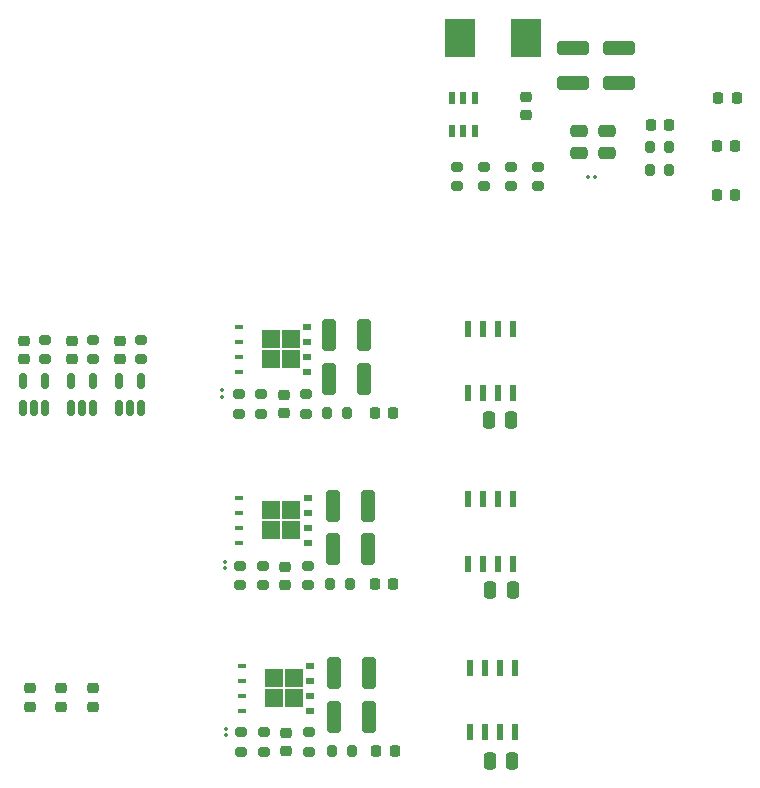
<source format=gbr>
%TF.GenerationSoftware,KiCad,Pcbnew,7.0.9*%
%TF.CreationDate,2023-12-30T21:06:32-05:00*%
%TF.ProjectId,esc,6573632e-6b69-4636-9164-5f7063625858,rev?*%
%TF.SameCoordinates,Original*%
%TF.FileFunction,Paste,Top*%
%TF.FilePolarity,Positive*%
%FSLAX46Y46*%
G04 Gerber Fmt 4.6, Leading zero omitted, Abs format (unit mm)*
G04 Created by KiCad (PCBNEW 7.0.9) date 2023-12-30 21:06:32*
%MOMM*%
%LPD*%
G01*
G04 APERTURE LIST*
G04 Aperture macros list*
%AMRoundRect*
0 Rectangle with rounded corners*
0 $1 Rounding radius*
0 $2 $3 $4 $5 $6 $7 $8 $9 X,Y pos of 4 corners*
0 Add a 4 corners polygon primitive as box body*
4,1,4,$2,$3,$4,$5,$6,$7,$8,$9,$2,$3,0*
0 Add four circle primitives for the rounded corners*
1,1,$1+$1,$2,$3*
1,1,$1+$1,$4,$5*
1,1,$1+$1,$6,$7*
1,1,$1+$1,$8,$9*
0 Add four rect primitives between the rounded corners*
20,1,$1+$1,$2,$3,$4,$5,0*
20,1,$1+$1,$4,$5,$6,$7,0*
20,1,$1+$1,$6,$7,$8,$9,0*
20,1,$1+$1,$8,$9,$2,$3,0*%
G04 Aperture macros list end*
%ADD10R,0.533400X1.460500*%
%ADD11R,0.558800X1.003300*%
%ADD12R,2.514600X3.251200*%
%ADD13RoundRect,0.218750X0.256250X-0.218750X0.256250X0.218750X-0.256250X0.218750X-0.256250X-0.218750X0*%
%ADD14RoundRect,0.218750X0.218750X0.256250X-0.218750X0.256250X-0.218750X-0.256250X0.218750X-0.256250X0*%
%ADD15RoundRect,0.218750X-0.218750X-0.256250X0.218750X-0.256250X0.218750X0.256250X-0.218750X0.256250X0*%
%ADD16RoundRect,0.150000X0.150000X-0.512500X0.150000X0.512500X-0.150000X0.512500X-0.150000X-0.512500X0*%
%ADD17RoundRect,0.250000X-0.325000X-1.100000X0.325000X-1.100000X0.325000X1.100000X-0.325000X1.100000X0*%
%ADD18RoundRect,0.200000X-0.200000X-0.275000X0.200000X-0.275000X0.200000X0.275000X-0.200000X0.275000X0*%
%ADD19RoundRect,0.225000X-0.225000X-0.250000X0.225000X-0.250000X0.225000X0.250000X-0.225000X0.250000X0*%
%ADD20RoundRect,0.200000X-0.275000X0.200000X-0.275000X-0.200000X0.275000X-0.200000X0.275000X0.200000X0*%
%ADD21RoundRect,0.225000X0.225000X0.250000X-0.225000X0.250000X-0.225000X-0.250000X0.225000X-0.250000X0*%
%ADD22RoundRect,0.225000X-0.250000X0.225000X-0.250000X-0.225000X0.250000X-0.225000X0.250000X0.225000X0*%
%ADD23RoundRect,0.250000X-0.250000X-0.475000X0.250000X-0.475000X0.250000X0.475000X-0.250000X0.475000X0*%
%ADD24RoundRect,0.067500X-0.067500X0.067500X-0.067500X-0.067500X0.067500X-0.067500X0.067500X0.067500X0*%
%ADD25RoundRect,0.250000X-1.100000X0.325000X-1.100000X-0.325000X1.100000X-0.325000X1.100000X0.325000X0*%
%ADD26RoundRect,0.200000X0.275000X-0.200000X0.275000X0.200000X-0.275000X0.200000X-0.275000X-0.200000X0*%
%ADD27RoundRect,0.067500X0.067500X0.067500X-0.067500X0.067500X-0.067500X-0.067500X0.067500X-0.067500X0*%
%ADD28RoundRect,0.200000X0.200000X0.275000X-0.200000X0.275000X-0.200000X-0.275000X0.200000X-0.275000X0*%
%ADD29RoundRect,0.250000X-0.475000X0.250000X-0.475000X-0.250000X0.475000X-0.250000X0.475000X0.250000X0*%
%ADD30RoundRect,0.225000X0.250000X-0.225000X0.250000X0.225000X-0.250000X0.225000X-0.250000X-0.225000X0*%
%ADD31R,1.500000X1.500000*%
%ADD32R,0.750000X0.500000*%
%ADD33R,0.750000X0.400000*%
%ADD34RoundRect,0.250000X0.475000X-0.250000X0.475000X0.250000X-0.475000X0.250000X-0.475000X-0.250000X0*%
G04 APERTURE END LIST*
D10*
%TO.C,U401*%
X80250207Y-95596694D03*
X81520207Y-95596694D03*
X82790207Y-95596694D03*
X84060207Y-95596694D03*
X84060207Y-90148394D03*
X82790207Y-90148394D03*
X81520207Y-90148394D03*
X80250207Y-90148394D03*
%TD*%
%TO.C,U301*%
X80299207Y-110043844D03*
X81569207Y-110043844D03*
X82839207Y-110043844D03*
X84109207Y-110043844D03*
X84109207Y-104595544D03*
X82839207Y-104595544D03*
X81569207Y-104595544D03*
X80299207Y-104595544D03*
%TD*%
%TO.C,U201*%
X80463207Y-124338594D03*
X81733207Y-124338594D03*
X83003207Y-124338594D03*
X84273207Y-124338594D03*
X84273207Y-118890294D03*
X83003207Y-118890294D03*
X81733207Y-118890294D03*
X80463207Y-118890294D03*
%TD*%
D11*
%TO.C,U101*%
X80834996Y-70643513D03*
X79884995Y-70643513D03*
X78934994Y-70643513D03*
X78934994Y-73399413D03*
X79884995Y-73399413D03*
X80834996Y-73399413D03*
%TD*%
D12*
%TO.C,L101*%
X85198000Y-65532000D03*
X79610000Y-65532000D03*
%TD*%
D13*
%TO.C,D107*%
X43166207Y-122186044D03*
X43166207Y-120611044D03*
%TD*%
%TO.C,D106*%
X45833207Y-122186044D03*
X45833207Y-120611044D03*
%TD*%
%TO.C,D105*%
X48500207Y-122186044D03*
X48500207Y-120611044D03*
%TD*%
D14*
%TO.C,D104*%
X102912500Y-78867000D03*
X101337500Y-78867000D03*
%TD*%
%TO.C,D103*%
X102912500Y-74676000D03*
X101337500Y-74676000D03*
%TD*%
D15*
%TO.C,D102*%
X101464500Y-70612000D03*
X103039500Y-70612000D03*
%TD*%
D16*
%TO.C,U105*%
X50725207Y-96882044D03*
X51675207Y-96882044D03*
X52625207Y-96882044D03*
X52625207Y-94607044D03*
X50725207Y-94607044D03*
%TD*%
D17*
%TO.C,C204*%
X68955207Y-119327544D03*
X71905207Y-119327544D03*
%TD*%
D18*
%TO.C,R204*%
X68777407Y-125906144D03*
X70427407Y-125906144D03*
%TD*%
D19*
%TO.C,C101*%
X95726000Y-72896875D03*
X97276000Y-72896875D03*
%TD*%
D20*
%TO.C,R205*%
X61081207Y-124344544D03*
X61081207Y-125994544D03*
%TD*%
D21*
%TO.C,C206*%
X74061207Y-125931544D03*
X72511207Y-125931544D03*
%TD*%
D20*
%TO.C,R118*%
X52564207Y-91109544D03*
X52564207Y-92759544D03*
%TD*%
D22*
%TO.C,C104*%
X85172600Y-70535800D03*
X85172600Y-72085800D03*
%TD*%
D23*
%TO.C,C302*%
X82160207Y-112254544D03*
X84060207Y-112254544D03*
%TD*%
D20*
%TO.C,R106*%
X79356000Y-76454000D03*
X79356000Y-78104000D03*
%TD*%
D24*
%TO.C,D201*%
X59811207Y-124033294D03*
X59811207Y-124583294D03*
%TD*%
D25*
%TO.C,C106*%
X89135000Y-66392000D03*
X89135000Y-69342000D03*
%TD*%
D17*
%TO.C,C303*%
X68869207Y-108825544D03*
X71819207Y-108825544D03*
%TD*%
D26*
%TO.C,R401*%
X62757207Y-97380544D03*
X62757207Y-95730544D03*
%TD*%
%TO.C,R301*%
X62900207Y-111897544D03*
X62900207Y-110247544D03*
%TD*%
D20*
%TO.C,R405*%
X60852207Y-95730544D03*
X60852207Y-97380544D03*
%TD*%
%TO.C,R116*%
X44436207Y-91109544D03*
X44436207Y-92759544D03*
%TD*%
D17*
%TO.C,C404*%
X68521207Y-94396544D03*
X71471207Y-94396544D03*
%TD*%
D22*
%TO.C,C207*%
X64891207Y-124394544D03*
X64891207Y-125944544D03*
%TD*%
D26*
%TO.C,R206*%
X66796207Y-125994544D03*
X66796207Y-124344544D03*
%TD*%
D27*
%TO.C,D101*%
X91014600Y-77287200D03*
X90464600Y-77287200D03*
%TD*%
D24*
%TO.C,D401*%
X59455207Y-95391544D03*
X59455207Y-95941544D03*
%TD*%
D26*
%TO.C,R201*%
X62986207Y-125994544D03*
X62986207Y-124344544D03*
%TD*%
%TO.C,R104*%
X81642000Y-78104000D03*
X81642000Y-76454000D03*
%TD*%
D20*
%TO.C,R103*%
X83928000Y-76454000D03*
X83928000Y-78104000D03*
%TD*%
%TO.C,R105*%
X86214000Y-76454000D03*
X86214000Y-78104000D03*
%TD*%
D23*
%TO.C,C202*%
X82131207Y-126732544D03*
X84031207Y-126732544D03*
%TD*%
D17*
%TO.C,C304*%
X68869207Y-105142544D03*
X71819207Y-105142544D03*
%TD*%
D28*
%TO.C,R102*%
X97326000Y-74803000D03*
X95676000Y-74803000D03*
%TD*%
D29*
%TO.C,C103*%
X89643000Y-73406000D03*
X89643000Y-75306000D03*
%TD*%
D30*
%TO.C,C107*%
X42658207Y-92709544D03*
X42658207Y-91159544D03*
%TD*%
D18*
%TO.C,R404*%
X68346207Y-97317544D03*
X69996207Y-97317544D03*
%TD*%
D23*
%TO.C,C402*%
X82033207Y-97903544D03*
X83933207Y-97903544D03*
%TD*%
D21*
%TO.C,C406*%
X73913207Y-97317544D03*
X72363207Y-97317544D03*
%TD*%
D18*
%TO.C,R304*%
X68630207Y-111746544D03*
X70280207Y-111746544D03*
%TD*%
D31*
%TO.C,Q301*%
X63605207Y-105523544D03*
X63605207Y-107223544D03*
X65305207Y-105523544D03*
X65305207Y-107223544D03*
D32*
X66710207Y-104468544D03*
X66710207Y-105738544D03*
X66710207Y-107008544D03*
X66710207Y-108278544D03*
D33*
X60905207Y-104468544D03*
X60905207Y-105738544D03*
X60905207Y-107008544D03*
X60905207Y-108278544D03*
%TD*%
D22*
%TO.C,C307*%
X64805207Y-110297544D03*
X64805207Y-111847544D03*
%TD*%
D20*
%TO.C,R305*%
X60995207Y-110247544D03*
X60995207Y-111897544D03*
%TD*%
D30*
%TO.C,C108*%
X46722207Y-92709544D03*
X46722207Y-91159544D03*
%TD*%
D31*
%TO.C,Q401*%
X63564207Y-91045544D03*
X63564207Y-92745544D03*
X65264207Y-91045544D03*
X65264207Y-92745544D03*
D32*
X66669207Y-89990544D03*
X66669207Y-91260544D03*
X66669207Y-92530544D03*
X66669207Y-93800544D03*
D33*
X60864207Y-89990544D03*
X60864207Y-91260544D03*
X60864207Y-92530544D03*
X60864207Y-93800544D03*
%TD*%
D26*
%TO.C,R306*%
X66710207Y-111897544D03*
X66710207Y-110247544D03*
%TD*%
D16*
%TO.C,U104*%
X46661207Y-96882044D03*
X47611207Y-96882044D03*
X48561207Y-96882044D03*
X48561207Y-94607044D03*
X46661207Y-94607044D03*
%TD*%
D21*
%TO.C,C306*%
X73913207Y-111746544D03*
X72363207Y-111746544D03*
%TD*%
D20*
%TO.C,R117*%
X48500207Y-91109544D03*
X48500207Y-92759544D03*
%TD*%
D16*
%TO.C,U102*%
X42597207Y-96882044D03*
X43547207Y-96882044D03*
X44497207Y-96882044D03*
X44497207Y-94607044D03*
X42597207Y-94607044D03*
%TD*%
D17*
%TO.C,C203*%
X68953407Y-123035944D03*
X71903407Y-123035944D03*
%TD*%
D26*
%TO.C,R406*%
X66567207Y-97380544D03*
X66567207Y-95730544D03*
%TD*%
D24*
%TO.C,D301*%
X59725207Y-109908544D03*
X59725207Y-110458544D03*
%TD*%
D18*
%TO.C,R101*%
X95676000Y-76708000D03*
X97326000Y-76708000D03*
%TD*%
D17*
%TO.C,C403*%
X68521207Y-90713544D03*
X71471207Y-90713544D03*
%TD*%
D34*
%TO.C,C102*%
X92005200Y-75306000D03*
X92005200Y-73406000D03*
%TD*%
D22*
%TO.C,C407*%
X64662207Y-95780544D03*
X64662207Y-97330544D03*
%TD*%
D31*
%TO.C,Q201*%
X63818207Y-119747544D03*
X63818207Y-121447544D03*
X65518207Y-119747544D03*
X65518207Y-121447544D03*
D32*
X66923207Y-118692544D03*
X66923207Y-119962544D03*
X66923207Y-121232544D03*
X66923207Y-122502544D03*
D33*
X61118207Y-118692544D03*
X61118207Y-119962544D03*
X61118207Y-121232544D03*
X61118207Y-122502544D03*
%TD*%
D30*
%TO.C,C109*%
X50786207Y-92709544D03*
X50786207Y-91159544D03*
%TD*%
D25*
%TO.C,C105*%
X93072000Y-66370686D03*
X93072000Y-69320686D03*
%TD*%
M02*

</source>
